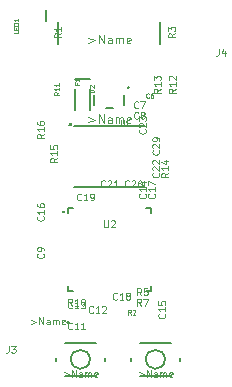
<source format=gbr>
%TF.GenerationSoftware,KiCad,Pcbnew,(5.1.10-6-gecec324121)-1*%
%TF.CreationDate,2021-07-07T13:29:09-07:00*%
%TF.ProjectId,SparkFun_ProMicro-RP2040,53706172-6b46-4756-9e5f-50726f4d6963,rev?*%
%TF.SameCoordinates,Original*%
%TF.FileFunction,Legend,Top*%
%TF.FilePolarity,Positive*%
%FSLAX46Y46*%
G04 Gerber Fmt 4.6, Leading zero omitted, Abs format (unit mm)*
G04 Created by KiCad (PCBNEW (5.1.10-6-gecec324121)-1) date 2021-07-07 13:29:09*
%MOMM*%
%LPD*%
G01*
G04 APERTURE LIST*
%ADD10C,0.203200*%
%ADD11C,0.127000*%
%ADD12C,0.152400*%
%ADD13C,0.254000*%
%ADD14C,0.161553*%
%ADD15C,0.300000*%
%ADD16C,0.030886*%
%ADD17C,0.115824*%
%ADD18C,0.121920*%
%ADD19C,0.060960*%
%ADD20C,0.046329*%
%ADD21C,0.073152*%
G04 APERTURE END LIST*
D10*
%TO.C,LED1*%
X143103600Y-89795350D02*
X143103600Y-90747850D01*
%TO.C,D2*%
X145590100Y-96483600D02*
X145590100Y-98283600D01*
X146840100Y-96483600D02*
X146840100Y-98283600D01*
X146840100Y-95613600D02*
X145590100Y-95613600D01*
%TO.C,U1*%
X148769500Y-98092400D02*
X148232700Y-98092400D01*
X149771100Y-96954200D02*
X149771100Y-97813000D01*
X147231100Y-97813000D02*
X147231100Y-96954200D01*
D11*
X150164800Y-96367600D02*
G75*
G03*
X150164800Y-96367600I-63500J0D01*
G01*
D10*
%TO.C,S1*%
X150300000Y-119250000D02*
X150300000Y-119510000D01*
X154500000Y-119510000D02*
X154500000Y-119250000D01*
X153738000Y-120780000D02*
X151062000Y-120780000D01*
X151062000Y-117980000D02*
X153738000Y-117980000D01*
D11*
X153205000Y-119380000D02*
G75*
G03*
X153205000Y-119380000I-805000J0D01*
G01*
D10*
%TO.C,J5*%
X144181100Y-92643600D02*
X144181100Y-90843600D01*
X152821100Y-92643600D02*
X152821100Y-90843600D01*
D12*
%TO.C,U2*%
X145001100Y-106583600D02*
X145001100Y-106983600D01*
X145401100Y-106583600D02*
X145001100Y-106583600D01*
D13*
X144614100Y-106908600D02*
G75*
G03*
X144614100Y-106908600I-50000J0D01*
G01*
D12*
X152001100Y-106583600D02*
X151601100Y-106583600D01*
X152001100Y-106983600D02*
X152001100Y-106583600D01*
X145001100Y-113583600D02*
X145001100Y-113183600D01*
X145401100Y-113583600D02*
X145001100Y-113583600D01*
X152001100Y-113183600D02*
X152001100Y-113583600D01*
X151601100Y-113583600D02*
X152001100Y-113583600D01*
D14*
%TO.C,Y1*%
X145084876Y-116290600D02*
G75*
G03*
X145084876Y-116290600I-80776J0D01*
G01*
D12*
%TO.C,U4*%
X145501100Y-104809600D02*
X151501100Y-104809600D01*
X145501100Y-99609600D02*
X151501100Y-99609600D01*
D15*
X145213600Y-99509600D02*
G75*
G03*
X145213600Y-99509600I-50000J0D01*
G01*
D10*
%TO.C,S2*%
X143950000Y-119250000D02*
X143950000Y-119510000D01*
X148150000Y-119510000D02*
X148150000Y-119250000D01*
X147388000Y-120780000D02*
X144712000Y-120780000D01*
X144712000Y-117980000D02*
X147388000Y-117980000D01*
D11*
X146855000Y-119380000D02*
G75*
G03*
X146855000Y-119380000I-805000J0D01*
G01*
%TO.C,R11*%
D16*
X144228215Y-96742794D02*
X144044367Y-96871487D01*
X144228215Y-96963411D02*
X143842135Y-96963411D01*
X143842135Y-96816333D01*
X143860520Y-96779563D01*
X143878904Y-96761179D01*
X143915674Y-96742794D01*
X143970828Y-96742794D01*
X144007598Y-96761179D01*
X144025982Y-96779563D01*
X144044367Y-96816333D01*
X144044367Y-96963411D01*
X144228215Y-96375099D02*
X144228215Y-96595716D01*
X144228215Y-96485407D02*
X143842135Y-96485407D01*
X143897289Y-96522177D01*
X143934059Y-96558946D01*
X143952443Y-96595716D01*
X144228215Y-96007403D02*
X144228215Y-96228020D01*
X144228215Y-96117712D02*
X143842135Y-96117712D01*
X143897289Y-96154481D01*
X143934059Y-96191251D01*
X143952443Y-96228020D01*
%TO.C,LED1*%
X140799215Y-91592641D02*
X140799215Y-91776489D01*
X140413135Y-91776489D01*
X140596982Y-91463948D02*
X140596982Y-91335255D01*
X140799215Y-91280100D02*
X140799215Y-91463948D01*
X140413135Y-91463948D01*
X140413135Y-91280100D01*
X140799215Y-91114638D02*
X140413135Y-91114638D01*
X140413135Y-91022714D01*
X140431520Y-90967560D01*
X140468289Y-90930790D01*
X140505059Y-90912405D01*
X140578598Y-90894020D01*
X140633752Y-90894020D01*
X140707291Y-90912405D01*
X140744060Y-90930790D01*
X140780830Y-90967560D01*
X140799215Y-91022714D01*
X140799215Y-91114638D01*
X140799215Y-90526325D02*
X140799215Y-90746942D01*
X140799215Y-90636634D02*
X140413135Y-90636634D01*
X140468289Y-90673403D01*
X140505059Y-90710173D01*
X140523443Y-90746942D01*
%TO.C,R2*%
X150341746Y-115589719D02*
X150213053Y-115405871D01*
X150121129Y-115589719D02*
X150121129Y-115203639D01*
X150268207Y-115203639D01*
X150304976Y-115222024D01*
X150323361Y-115240408D01*
X150341746Y-115277178D01*
X150341746Y-115332332D01*
X150323361Y-115369102D01*
X150304976Y-115387486D01*
X150268207Y-115405871D01*
X150121129Y-115405871D01*
X150488824Y-115240408D02*
X150507209Y-115222024D01*
X150543978Y-115203639D01*
X150635902Y-115203639D01*
X150672672Y-115222024D01*
X150691056Y-115240408D01*
X150709441Y-115277178D01*
X150709441Y-115313947D01*
X150691056Y-115369102D01*
X150470439Y-115589719D01*
X150709441Y-115589719D01*
%TO.C,C6*%
X151865756Y-97201445D02*
X151847371Y-97219830D01*
X151792217Y-97238215D01*
X151755447Y-97238215D01*
X151700293Y-97219830D01*
X151663523Y-97183060D01*
X151645139Y-97146291D01*
X151626754Y-97072752D01*
X151626754Y-97017598D01*
X151645139Y-96944059D01*
X151663523Y-96907289D01*
X151700293Y-96870520D01*
X151755447Y-96852135D01*
X151792217Y-96852135D01*
X151847371Y-96870520D01*
X151865756Y-96888904D01*
X152196682Y-96852135D02*
X152123143Y-96852135D01*
X152086373Y-96870520D01*
X152067988Y-96888904D01*
X152031219Y-96944059D01*
X152012834Y-97017598D01*
X152012834Y-97164676D01*
X152031219Y-97201445D01*
X152049603Y-97219830D01*
X152086373Y-97238215D01*
X152159912Y-97238215D01*
X152196682Y-97219830D01*
X152215066Y-97201445D01*
X152233451Y-97164676D01*
X152233451Y-97072752D01*
X152215066Y-97035982D01*
X152196682Y-97017598D01*
X152159912Y-96999213D01*
X152086373Y-96999213D01*
X152049603Y-97017598D01*
X152031219Y-97035982D01*
X152012834Y-97072752D01*
%TO.C,F1*%
X145740482Y-95988293D02*
X145740482Y-96116986D01*
X145942715Y-96116986D02*
X145556635Y-96116986D01*
X145556635Y-95933139D01*
X145942715Y-95583828D02*
X145942715Y-95804445D01*
X145942715Y-95694137D02*
X145556635Y-95694137D01*
X145611789Y-95730906D01*
X145648559Y-95767676D01*
X145666943Y-95804445D01*
%TO.C,D2*%
X147212715Y-96779563D02*
X146826635Y-96779563D01*
X146826635Y-96687640D01*
X146845020Y-96632485D01*
X146881789Y-96595716D01*
X146918559Y-96577331D01*
X146992098Y-96558946D01*
X147047252Y-96558946D01*
X147120791Y-96577331D01*
X147157560Y-96595716D01*
X147194330Y-96632485D01*
X147212715Y-96687640D01*
X147212715Y-96779563D01*
X146863404Y-96411868D02*
X146845020Y-96393483D01*
X146826635Y-96356714D01*
X146826635Y-96264790D01*
X146845020Y-96228020D01*
X146863404Y-96209636D01*
X146900174Y-96191251D01*
X146936943Y-96191251D01*
X146992098Y-96209636D01*
X147212715Y-96430253D01*
X147212715Y-96191251D01*
%TO.C,U1*%
X149502099Y-99138135D02*
X149502099Y-99450676D01*
X149520484Y-99487445D01*
X149538869Y-99505830D01*
X149575638Y-99524215D01*
X149649177Y-99524215D01*
X149685947Y-99505830D01*
X149704332Y-99487445D01*
X149722716Y-99450676D01*
X149722716Y-99138135D01*
X150108796Y-99524215D02*
X149888179Y-99524215D01*
X149998488Y-99524215D02*
X149998488Y-99138135D01*
X149961718Y-99193289D01*
X149924949Y-99230059D01*
X149888179Y-99248443D01*
%TO.C,R1*%
D17*
X144409522Y-91765120D02*
X144133751Y-91958160D01*
X144409522Y-92096045D02*
X143830402Y-92096045D01*
X143830402Y-91875428D01*
X143857980Y-91820274D01*
X143885557Y-91792697D01*
X143940711Y-91765120D01*
X144023442Y-91765120D01*
X144078597Y-91792697D01*
X144106174Y-91820274D01*
X144133751Y-91875428D01*
X144133751Y-92096045D01*
X144409522Y-91213577D02*
X144409522Y-91544502D01*
X144409522Y-91379040D02*
X143830402Y-91379040D01*
X143913134Y-91434194D01*
X143968288Y-91489348D01*
X143995865Y-91544502D01*
%TO.C,R3*%
X154061522Y-91765120D02*
X153785751Y-91958160D01*
X154061522Y-92096045D02*
X153482402Y-92096045D01*
X153482402Y-91875428D01*
X153509980Y-91820274D01*
X153537557Y-91792697D01*
X153592711Y-91765120D01*
X153675442Y-91765120D01*
X153730597Y-91792697D01*
X153758174Y-91820274D01*
X153785751Y-91875428D01*
X153785751Y-92096045D01*
X153482402Y-91572080D02*
X153482402Y-91213577D01*
X153703020Y-91406617D01*
X153703020Y-91323885D01*
X153730597Y-91268731D01*
X153758174Y-91241154D01*
X153813328Y-91213577D01*
X153951214Y-91213577D01*
X154006368Y-91241154D01*
X154033945Y-91268731D01*
X154061522Y-91323885D01*
X154061522Y-91489348D01*
X154033945Y-91544502D01*
X154006368Y-91572080D01*
%TO.C,C7*%
X150944580Y-98062868D02*
X150917002Y-98090445D01*
X150834271Y-98118022D01*
X150779117Y-98118022D01*
X150696385Y-98090445D01*
X150641231Y-98035291D01*
X150613654Y-97980137D01*
X150586077Y-97869828D01*
X150586077Y-97787097D01*
X150613654Y-97676788D01*
X150641231Y-97621634D01*
X150696385Y-97566480D01*
X150779117Y-97538902D01*
X150834271Y-97538902D01*
X150917002Y-97566480D01*
X150944580Y-97594057D01*
X151137620Y-97538902D02*
X151523700Y-97538902D01*
X151275505Y-98118022D01*
%TO.C,C8*%
X150944580Y-98951868D02*
X150917002Y-98979445D01*
X150834271Y-99007022D01*
X150779117Y-99007022D01*
X150696385Y-98979445D01*
X150641231Y-98924291D01*
X150613654Y-98869137D01*
X150586077Y-98758828D01*
X150586077Y-98676097D01*
X150613654Y-98565788D01*
X150641231Y-98510634D01*
X150696385Y-98455480D01*
X150779117Y-98427902D01*
X150834271Y-98427902D01*
X150917002Y-98455480D01*
X150944580Y-98483057D01*
X151275505Y-98676097D02*
X151220351Y-98648520D01*
X151192774Y-98620942D01*
X151165197Y-98565788D01*
X151165197Y-98538211D01*
X151192774Y-98483057D01*
X151220351Y-98455480D01*
X151275505Y-98427902D01*
X151385814Y-98427902D01*
X151440968Y-98455480D01*
X151468545Y-98483057D01*
X151496122Y-98538211D01*
X151496122Y-98565788D01*
X151468545Y-98620942D01*
X151440968Y-98648520D01*
X151385814Y-98676097D01*
X151275505Y-98676097D01*
X151220351Y-98703674D01*
X151192774Y-98731251D01*
X151165197Y-98786405D01*
X151165197Y-98896714D01*
X151192774Y-98951868D01*
X151220351Y-98979445D01*
X151275505Y-99007022D01*
X151385814Y-99007022D01*
X151440968Y-98979445D01*
X151468545Y-98951868D01*
X151496122Y-98896714D01*
X151496122Y-98786405D01*
X151468545Y-98731251D01*
X151440968Y-98703674D01*
X151385814Y-98676097D01*
%TO.C,S1*%
D18*
X150979777Y-120490342D02*
X151421011Y-120655805D01*
X150979777Y-120821268D01*
X151696782Y-120876422D02*
X151696782Y-120297302D01*
X152027708Y-120876422D01*
X152027708Y-120297302D01*
X152551674Y-120876422D02*
X152551674Y-120573074D01*
X152524097Y-120517920D01*
X152468942Y-120490342D01*
X152358634Y-120490342D01*
X152303480Y-120517920D01*
X152551674Y-120848845D02*
X152496520Y-120876422D01*
X152358634Y-120876422D01*
X152303480Y-120848845D01*
X152275902Y-120793691D01*
X152275902Y-120738537D01*
X152303480Y-120683382D01*
X152358634Y-120655805D01*
X152496520Y-120655805D01*
X152551674Y-120628228D01*
X152827445Y-120876422D02*
X152827445Y-120490342D01*
X152827445Y-120545497D02*
X152855022Y-120517920D01*
X152910177Y-120490342D01*
X152992908Y-120490342D01*
X153048062Y-120517920D01*
X153075640Y-120573074D01*
X153075640Y-120876422D01*
X153075640Y-120573074D02*
X153103217Y-120517920D01*
X153158371Y-120490342D01*
X153241102Y-120490342D01*
X153296257Y-120517920D01*
X153323834Y-120573074D01*
X153323834Y-120876422D01*
X153820222Y-120848845D02*
X153765068Y-120876422D01*
X153654760Y-120876422D01*
X153599605Y-120848845D01*
X153572028Y-120793691D01*
X153572028Y-120573074D01*
X153599605Y-120517920D01*
X153654760Y-120490342D01*
X153765068Y-120490342D01*
X153820222Y-120517920D01*
X153847800Y-120573074D01*
X153847800Y-120628228D01*
X153572028Y-120683382D01*
%TO.C,J3*%
D17*
X139989734Y-118239902D02*
X139989734Y-118653560D01*
X139962157Y-118736291D01*
X139907002Y-118791445D01*
X139824271Y-118819022D01*
X139769117Y-118819022D01*
X140210351Y-118239902D02*
X140568854Y-118239902D01*
X140375814Y-118460520D01*
X140458545Y-118460520D01*
X140513699Y-118488097D01*
X140541277Y-118515674D01*
X140568854Y-118570828D01*
X140568854Y-118708714D01*
X140541277Y-118763868D01*
X140513699Y-118791445D01*
X140458545Y-118819022D01*
X140293082Y-118819022D01*
X140237928Y-118791445D01*
X140210351Y-118763868D01*
%TO.C,J4*%
X157769734Y-93093902D02*
X157769734Y-93507560D01*
X157742157Y-93590291D01*
X157687002Y-93645445D01*
X157604271Y-93673022D01*
X157549117Y-93673022D01*
X158293699Y-93286942D02*
X158293699Y-93673022D01*
X158155814Y-93066325D02*
X158017928Y-93479982D01*
X158376431Y-93479982D01*
%TO.C,R5*%
X151198580Y-113939022D02*
X151005540Y-113663251D01*
X150867654Y-113939022D02*
X150867654Y-113359902D01*
X151088271Y-113359902D01*
X151143425Y-113387480D01*
X151171002Y-113415057D01*
X151198580Y-113470211D01*
X151198580Y-113552942D01*
X151171002Y-113608097D01*
X151143425Y-113635674D01*
X151088271Y-113663251D01*
X150867654Y-113663251D01*
X151722545Y-113359902D02*
X151446774Y-113359902D01*
X151419197Y-113635674D01*
X151446774Y-113608097D01*
X151501928Y-113580520D01*
X151639814Y-113580520D01*
X151694968Y-113608097D01*
X151722545Y-113635674D01*
X151750122Y-113690828D01*
X151750122Y-113828714D01*
X151722545Y-113883868D01*
X151694968Y-113911445D01*
X151639814Y-113939022D01*
X151501928Y-113939022D01*
X151446774Y-113911445D01*
X151419197Y-113883868D01*
%TO.C,R7*%
X151198580Y-114828022D02*
X151005540Y-114552251D01*
X150867654Y-114828022D02*
X150867654Y-114248902D01*
X151088271Y-114248902D01*
X151143425Y-114276480D01*
X151171002Y-114304057D01*
X151198580Y-114359211D01*
X151198580Y-114441942D01*
X151171002Y-114497097D01*
X151143425Y-114524674D01*
X151088271Y-114552251D01*
X150867654Y-114552251D01*
X151391620Y-114248902D02*
X151777700Y-114248902D01*
X151529505Y-114828022D01*
%TO.C,J5*%
D19*
X146725821Y-92148478D02*
X147277364Y-92355307D01*
X146725821Y-92562135D01*
X147622078Y-92631078D02*
X147622078Y-91907178D01*
X148035735Y-92631078D01*
X148035735Y-91907178D01*
X148690692Y-92631078D02*
X148690692Y-92251892D01*
X148656221Y-92182950D01*
X148587278Y-92148478D01*
X148449392Y-92148478D01*
X148380450Y-92182950D01*
X148690692Y-92596607D02*
X148621750Y-92631078D01*
X148449392Y-92631078D01*
X148380450Y-92596607D01*
X148345978Y-92527664D01*
X148345978Y-92458721D01*
X148380450Y-92389778D01*
X148449392Y-92355307D01*
X148621750Y-92355307D01*
X148690692Y-92320835D01*
X149035407Y-92631078D02*
X149035407Y-92148478D01*
X149035407Y-92217421D02*
X149069878Y-92182950D01*
X149138821Y-92148478D01*
X149242235Y-92148478D01*
X149311178Y-92182950D01*
X149345650Y-92251892D01*
X149345650Y-92631078D01*
X149345650Y-92251892D02*
X149380121Y-92182950D01*
X149449064Y-92148478D01*
X149552478Y-92148478D01*
X149621421Y-92182950D01*
X149655892Y-92251892D01*
X149655892Y-92631078D01*
X150276378Y-92596607D02*
X150207435Y-92631078D01*
X150069550Y-92631078D01*
X150000607Y-92596607D01*
X149966135Y-92527664D01*
X149966135Y-92251892D01*
X150000607Y-92182950D01*
X150069550Y-92148478D01*
X150207435Y-92148478D01*
X150276378Y-92182950D01*
X150310850Y-92251892D01*
X150310850Y-92320835D01*
X149966135Y-92389778D01*
%TO.C,C11*%
D17*
X145334808Y-116785868D02*
X145307231Y-116813445D01*
X145224500Y-116841022D01*
X145169345Y-116841022D01*
X145086614Y-116813445D01*
X145031460Y-116758291D01*
X145003882Y-116703137D01*
X144976305Y-116592828D01*
X144976305Y-116510097D01*
X145003882Y-116399788D01*
X145031460Y-116344634D01*
X145086614Y-116289480D01*
X145169345Y-116261902D01*
X145224500Y-116261902D01*
X145307231Y-116289480D01*
X145334808Y-116317057D01*
X145886351Y-116841022D02*
X145555425Y-116841022D01*
X145720888Y-116841022D02*
X145720888Y-116261902D01*
X145665734Y-116344634D01*
X145610580Y-116399788D01*
X145555425Y-116427365D01*
X146437894Y-116841022D02*
X146106968Y-116841022D01*
X146272431Y-116841022D02*
X146272431Y-116261902D01*
X146217277Y-116344634D01*
X146162122Y-116399788D01*
X146106968Y-116427365D01*
%TO.C,C13*%
X145334808Y-115007868D02*
X145307231Y-115035445D01*
X145224500Y-115063022D01*
X145169345Y-115063022D01*
X145086614Y-115035445D01*
X145031460Y-114980291D01*
X145003882Y-114925137D01*
X144976305Y-114814828D01*
X144976305Y-114732097D01*
X145003882Y-114621788D01*
X145031460Y-114566634D01*
X145086614Y-114511480D01*
X145169345Y-114483902D01*
X145224500Y-114483902D01*
X145307231Y-114511480D01*
X145334808Y-114539057D01*
X145886351Y-115063022D02*
X145555425Y-115063022D01*
X145720888Y-115063022D02*
X145720888Y-114483902D01*
X145665734Y-114566634D01*
X145610580Y-114621788D01*
X145555425Y-114649365D01*
X146079391Y-114483902D02*
X146437894Y-114483902D01*
X146244854Y-114704520D01*
X146327585Y-114704520D01*
X146382740Y-114732097D01*
X146410317Y-114759674D01*
X146437894Y-114814828D01*
X146437894Y-114952714D01*
X146410317Y-115007868D01*
X146382740Y-115035445D01*
X146327585Y-115063022D01*
X146162122Y-115063022D01*
X146106968Y-115035445D01*
X146079391Y-115007868D01*
%TO.C,U2*%
D20*
X148059861Y-107607466D02*
X148059861Y-108076278D01*
X148087438Y-108131432D01*
X148115016Y-108159009D01*
X148170170Y-108186586D01*
X148280478Y-108186586D01*
X148335633Y-108159009D01*
X148363210Y-108131432D01*
X148390787Y-108076278D01*
X148390787Y-107607466D01*
X148638981Y-107662621D02*
X148666558Y-107635044D01*
X148721713Y-107607466D01*
X148859598Y-107607466D01*
X148914753Y-107635044D01*
X148942330Y-107662621D01*
X148969907Y-107717775D01*
X148969907Y-107772929D01*
X148942330Y-107855661D01*
X148611404Y-108186586D01*
X148969907Y-108186586D01*
%TO.C,R10*%
D17*
X145334808Y-114828022D02*
X145141768Y-114552251D01*
X145003882Y-114828022D02*
X145003882Y-114248902D01*
X145224500Y-114248902D01*
X145279654Y-114276480D01*
X145307231Y-114304057D01*
X145334808Y-114359211D01*
X145334808Y-114441942D01*
X145307231Y-114497097D01*
X145279654Y-114524674D01*
X145224500Y-114552251D01*
X145003882Y-114552251D01*
X145886351Y-114828022D02*
X145555425Y-114828022D01*
X145720888Y-114828022D02*
X145720888Y-114248902D01*
X145665734Y-114331634D01*
X145610580Y-114386788D01*
X145555425Y-114414365D01*
X146244854Y-114248902D02*
X146300008Y-114248902D01*
X146355162Y-114276480D01*
X146382740Y-114304057D01*
X146410317Y-114359211D01*
X146437894Y-114469520D01*
X146437894Y-114607405D01*
X146410317Y-114717714D01*
X146382740Y-114772868D01*
X146355162Y-114800445D01*
X146300008Y-114828022D01*
X146244854Y-114828022D01*
X146189700Y-114800445D01*
X146162122Y-114772868D01*
X146134545Y-114717714D01*
X146106968Y-114607405D01*
X146106968Y-114469520D01*
X146134545Y-114359211D01*
X146162122Y-114304057D01*
X146189700Y-114276480D01*
X146244854Y-114248902D01*
%TO.C,C9*%
X142903368Y-110434120D02*
X142930945Y-110461697D01*
X142958522Y-110544428D01*
X142958522Y-110599582D01*
X142930945Y-110682314D01*
X142875791Y-110737468D01*
X142820637Y-110765045D01*
X142710328Y-110792622D01*
X142627597Y-110792622D01*
X142517288Y-110765045D01*
X142462134Y-110737468D01*
X142406980Y-110682314D01*
X142379402Y-110599582D01*
X142379402Y-110544428D01*
X142406980Y-110461697D01*
X142434557Y-110434120D01*
X142958522Y-110158348D02*
X142958522Y-110048040D01*
X142930945Y-109992885D01*
X142903368Y-109965308D01*
X142820637Y-109910154D01*
X142710328Y-109882577D01*
X142489711Y-109882577D01*
X142434557Y-109910154D01*
X142406980Y-109937731D01*
X142379402Y-109992885D01*
X142379402Y-110103194D01*
X142406980Y-110158348D01*
X142434557Y-110185925D01*
X142489711Y-110213502D01*
X142627597Y-110213502D01*
X142682751Y-110185925D01*
X142710328Y-110158348D01*
X142737905Y-110103194D01*
X142737905Y-109992885D01*
X142710328Y-109937731D01*
X142682751Y-109910154D01*
X142627597Y-109882577D01*
%TO.C,C12*%
X147112808Y-115388868D02*
X147085231Y-115416445D01*
X147002500Y-115444022D01*
X146947345Y-115444022D01*
X146864614Y-115416445D01*
X146809460Y-115361291D01*
X146781882Y-115306137D01*
X146754305Y-115195828D01*
X146754305Y-115113097D01*
X146781882Y-115002788D01*
X146809460Y-114947634D01*
X146864614Y-114892480D01*
X146947345Y-114864902D01*
X147002500Y-114864902D01*
X147085231Y-114892480D01*
X147112808Y-114920057D01*
X147664351Y-115444022D02*
X147333425Y-115444022D01*
X147498888Y-115444022D02*
X147498888Y-114864902D01*
X147443734Y-114947634D01*
X147388580Y-115002788D01*
X147333425Y-115030365D01*
X147884968Y-114920057D02*
X147912545Y-114892480D01*
X147967700Y-114864902D01*
X148105585Y-114864902D01*
X148160740Y-114892480D01*
X148188317Y-114920057D01*
X148215894Y-114975211D01*
X148215894Y-115030365D01*
X148188317Y-115113097D01*
X147857391Y-115444022D01*
X148215894Y-115444022D01*
%TO.C,C14*%
X151539368Y-105375891D02*
X151566945Y-105403468D01*
X151594522Y-105486200D01*
X151594522Y-105541354D01*
X151566945Y-105624085D01*
X151511791Y-105679240D01*
X151456637Y-105706817D01*
X151346328Y-105734394D01*
X151263597Y-105734394D01*
X151153288Y-105706817D01*
X151098134Y-105679240D01*
X151042980Y-105624085D01*
X151015402Y-105541354D01*
X151015402Y-105486200D01*
X151042980Y-105403468D01*
X151070557Y-105375891D01*
X151594522Y-104824348D02*
X151594522Y-105155274D01*
X151594522Y-104989811D02*
X151015402Y-104989811D01*
X151098134Y-105044965D01*
X151153288Y-105100120D01*
X151180865Y-105155274D01*
X151208442Y-104327960D02*
X151594522Y-104327960D01*
X150987825Y-104465845D02*
X151401482Y-104603731D01*
X151401482Y-104245228D01*
%TO.C,C15*%
X153171368Y-115535891D02*
X153198945Y-115563468D01*
X153226522Y-115646200D01*
X153226522Y-115701354D01*
X153198945Y-115784085D01*
X153143791Y-115839240D01*
X153088637Y-115866817D01*
X152978328Y-115894394D01*
X152895597Y-115894394D01*
X152785288Y-115866817D01*
X152730134Y-115839240D01*
X152674980Y-115784085D01*
X152647402Y-115701354D01*
X152647402Y-115646200D01*
X152674980Y-115563468D01*
X152702557Y-115535891D01*
X153226522Y-114984348D02*
X153226522Y-115315274D01*
X153226522Y-115149811D02*
X152647402Y-115149811D01*
X152730134Y-115204965D01*
X152785288Y-115260120D01*
X152812865Y-115315274D01*
X152647402Y-114460382D02*
X152647402Y-114736154D01*
X152923174Y-114763731D01*
X152895597Y-114736154D01*
X152868020Y-114681000D01*
X152868020Y-114543114D01*
X152895597Y-114487960D01*
X152923174Y-114460382D01*
X152978328Y-114432805D01*
X153116214Y-114432805D01*
X153171368Y-114460382D01*
X153198945Y-114487960D01*
X153226522Y-114543114D01*
X153226522Y-114681000D01*
X153198945Y-114736154D01*
X153171368Y-114763731D01*
%TO.C,C16*%
X142903368Y-107280891D02*
X142930945Y-107308468D01*
X142958522Y-107391200D01*
X142958522Y-107446354D01*
X142930945Y-107529085D01*
X142875791Y-107584240D01*
X142820637Y-107611817D01*
X142710328Y-107639394D01*
X142627597Y-107639394D01*
X142517288Y-107611817D01*
X142462134Y-107584240D01*
X142406980Y-107529085D01*
X142379402Y-107446354D01*
X142379402Y-107391200D01*
X142406980Y-107308468D01*
X142434557Y-107280891D01*
X142958522Y-106729348D02*
X142958522Y-107060274D01*
X142958522Y-106894811D02*
X142379402Y-106894811D01*
X142462134Y-106949965D01*
X142517288Y-107005120D01*
X142544865Y-107060274D01*
X142379402Y-106232960D02*
X142379402Y-106343268D01*
X142406980Y-106398422D01*
X142434557Y-106426000D01*
X142517288Y-106481154D01*
X142627597Y-106508731D01*
X142848214Y-106508731D01*
X142903368Y-106481154D01*
X142930945Y-106453577D01*
X142958522Y-106398422D01*
X142958522Y-106288114D01*
X142930945Y-106232960D01*
X142903368Y-106205382D01*
X142848214Y-106177805D01*
X142710328Y-106177805D01*
X142655174Y-106205382D01*
X142627597Y-106232960D01*
X142600020Y-106288114D01*
X142600020Y-106398422D01*
X142627597Y-106453577D01*
X142655174Y-106481154D01*
X142710328Y-106508731D01*
%TO.C,C17*%
X152301368Y-105375891D02*
X152328945Y-105403468D01*
X152356522Y-105486200D01*
X152356522Y-105541354D01*
X152328945Y-105624085D01*
X152273791Y-105679240D01*
X152218637Y-105706817D01*
X152108328Y-105734394D01*
X152025597Y-105734394D01*
X151915288Y-105706817D01*
X151860134Y-105679240D01*
X151804980Y-105624085D01*
X151777402Y-105541354D01*
X151777402Y-105486200D01*
X151804980Y-105403468D01*
X151832557Y-105375891D01*
X152356522Y-104824348D02*
X152356522Y-105155274D01*
X152356522Y-104989811D02*
X151777402Y-104989811D01*
X151860134Y-105044965D01*
X151915288Y-105100120D01*
X151942865Y-105155274D01*
X151777402Y-104631308D02*
X151777402Y-104245228D01*
X152356522Y-104493422D01*
%TO.C,C18*%
X149144808Y-114264868D02*
X149117231Y-114292445D01*
X149034500Y-114320022D01*
X148979345Y-114320022D01*
X148896614Y-114292445D01*
X148841460Y-114237291D01*
X148813882Y-114182137D01*
X148786305Y-114071828D01*
X148786305Y-113989097D01*
X148813882Y-113878788D01*
X148841460Y-113823634D01*
X148896614Y-113768480D01*
X148979345Y-113740902D01*
X149034500Y-113740902D01*
X149117231Y-113768480D01*
X149144808Y-113796057D01*
X149696351Y-114320022D02*
X149365425Y-114320022D01*
X149530888Y-114320022D02*
X149530888Y-113740902D01*
X149475734Y-113823634D01*
X149420580Y-113878788D01*
X149365425Y-113906365D01*
X150027277Y-113989097D02*
X149972122Y-113961520D01*
X149944545Y-113933942D01*
X149916968Y-113878788D01*
X149916968Y-113851211D01*
X149944545Y-113796057D01*
X149972122Y-113768480D01*
X150027277Y-113740902D01*
X150137585Y-113740902D01*
X150192740Y-113768480D01*
X150220317Y-113796057D01*
X150247894Y-113851211D01*
X150247894Y-113878788D01*
X150220317Y-113933942D01*
X150192740Y-113961520D01*
X150137585Y-113989097D01*
X150027277Y-113989097D01*
X149972122Y-114016674D01*
X149944545Y-114044251D01*
X149916968Y-114099405D01*
X149916968Y-114209714D01*
X149944545Y-114264868D01*
X149972122Y-114292445D01*
X150027277Y-114320022D01*
X150137585Y-114320022D01*
X150192740Y-114292445D01*
X150220317Y-114264868D01*
X150247894Y-114209714D01*
X150247894Y-114099405D01*
X150220317Y-114044251D01*
X150192740Y-114016674D01*
X150137585Y-113989097D01*
%TO.C,C19*%
X146096808Y-105863868D02*
X146069231Y-105891445D01*
X145986500Y-105919022D01*
X145931345Y-105919022D01*
X145848614Y-105891445D01*
X145793460Y-105836291D01*
X145765882Y-105781137D01*
X145738305Y-105670828D01*
X145738305Y-105588097D01*
X145765882Y-105477788D01*
X145793460Y-105422634D01*
X145848614Y-105367480D01*
X145931345Y-105339902D01*
X145986500Y-105339902D01*
X146069231Y-105367480D01*
X146096808Y-105395057D01*
X146648351Y-105919022D02*
X146317425Y-105919022D01*
X146482888Y-105919022D02*
X146482888Y-105339902D01*
X146427734Y-105422634D01*
X146372580Y-105477788D01*
X146317425Y-105505365D01*
X146924122Y-105919022D02*
X147034431Y-105919022D01*
X147089585Y-105891445D01*
X147117162Y-105863868D01*
X147172317Y-105781137D01*
X147199894Y-105670828D01*
X147199894Y-105450211D01*
X147172317Y-105395057D01*
X147144740Y-105367480D01*
X147089585Y-105339902D01*
X146979277Y-105339902D01*
X146924122Y-105367480D01*
X146896545Y-105395057D01*
X146868968Y-105450211D01*
X146868968Y-105588097D01*
X146896545Y-105643251D01*
X146924122Y-105670828D01*
X146979277Y-105698405D01*
X147089585Y-105698405D01*
X147144740Y-105670828D01*
X147172317Y-105643251D01*
X147199894Y-105588097D01*
%TO.C,R12*%
X154115522Y-96485891D02*
X153839751Y-96678931D01*
X154115522Y-96816817D02*
X153536402Y-96816817D01*
X153536402Y-96596200D01*
X153563980Y-96541045D01*
X153591557Y-96513468D01*
X153646711Y-96485891D01*
X153729442Y-96485891D01*
X153784597Y-96513468D01*
X153812174Y-96541045D01*
X153839751Y-96596200D01*
X153839751Y-96816817D01*
X154115522Y-95934348D02*
X154115522Y-96265274D01*
X154115522Y-96099811D02*
X153536402Y-96099811D01*
X153619134Y-96154965D01*
X153674288Y-96210120D01*
X153701865Y-96265274D01*
X153591557Y-95713731D02*
X153563980Y-95686154D01*
X153536402Y-95631000D01*
X153536402Y-95493114D01*
X153563980Y-95437960D01*
X153591557Y-95410382D01*
X153646711Y-95382805D01*
X153701865Y-95382805D01*
X153784597Y-95410382D01*
X154115522Y-95741308D01*
X154115522Y-95382805D01*
%TO.C,R13*%
X152845522Y-96485891D02*
X152569751Y-96678931D01*
X152845522Y-96816817D02*
X152266402Y-96816817D01*
X152266402Y-96596200D01*
X152293980Y-96541045D01*
X152321557Y-96513468D01*
X152376711Y-96485891D01*
X152459442Y-96485891D01*
X152514597Y-96513468D01*
X152542174Y-96541045D01*
X152569751Y-96596200D01*
X152569751Y-96816817D01*
X152845522Y-95934348D02*
X152845522Y-96265274D01*
X152845522Y-96099811D02*
X152266402Y-96099811D01*
X152349134Y-96154965D01*
X152404288Y-96210120D01*
X152431865Y-96265274D01*
X152266402Y-95741308D02*
X152266402Y-95382805D01*
X152487020Y-95575845D01*
X152487020Y-95493114D01*
X152514597Y-95437960D01*
X152542174Y-95410382D01*
X152597328Y-95382805D01*
X152735214Y-95382805D01*
X152790368Y-95410382D01*
X152817945Y-95437960D01*
X152845522Y-95493114D01*
X152845522Y-95658577D01*
X152817945Y-95713731D01*
X152790368Y-95741308D01*
%TO.C,C20*%
X150160808Y-104739868D02*
X150133231Y-104767445D01*
X150050500Y-104795022D01*
X149995345Y-104795022D01*
X149912614Y-104767445D01*
X149857460Y-104712291D01*
X149829882Y-104657137D01*
X149802305Y-104546828D01*
X149802305Y-104464097D01*
X149829882Y-104353788D01*
X149857460Y-104298634D01*
X149912614Y-104243480D01*
X149995345Y-104215902D01*
X150050500Y-104215902D01*
X150133231Y-104243480D01*
X150160808Y-104271057D01*
X150381425Y-104271057D02*
X150409002Y-104243480D01*
X150464157Y-104215902D01*
X150602042Y-104215902D01*
X150657197Y-104243480D01*
X150684774Y-104271057D01*
X150712351Y-104326211D01*
X150712351Y-104381365D01*
X150684774Y-104464097D01*
X150353848Y-104795022D01*
X150712351Y-104795022D01*
X151070854Y-104215902D02*
X151126008Y-104215902D01*
X151181162Y-104243480D01*
X151208740Y-104271057D01*
X151236317Y-104326211D01*
X151263894Y-104436520D01*
X151263894Y-104574405D01*
X151236317Y-104684714D01*
X151208740Y-104739868D01*
X151181162Y-104767445D01*
X151126008Y-104795022D01*
X151070854Y-104795022D01*
X151015700Y-104767445D01*
X150988122Y-104739868D01*
X150960545Y-104684714D01*
X150932968Y-104574405D01*
X150932968Y-104436520D01*
X150960545Y-104326211D01*
X150988122Y-104271057D01*
X151015700Y-104243480D01*
X151070854Y-104215902D01*
%TO.C,C21*%
X148128808Y-104739868D02*
X148101231Y-104767445D01*
X148018500Y-104795022D01*
X147963345Y-104795022D01*
X147880614Y-104767445D01*
X147825460Y-104712291D01*
X147797882Y-104657137D01*
X147770305Y-104546828D01*
X147770305Y-104464097D01*
X147797882Y-104353788D01*
X147825460Y-104298634D01*
X147880614Y-104243480D01*
X147963345Y-104215902D01*
X148018500Y-104215902D01*
X148101231Y-104243480D01*
X148128808Y-104271057D01*
X148349425Y-104271057D02*
X148377002Y-104243480D01*
X148432157Y-104215902D01*
X148570042Y-104215902D01*
X148625197Y-104243480D01*
X148652774Y-104271057D01*
X148680351Y-104326211D01*
X148680351Y-104381365D01*
X148652774Y-104464097D01*
X148321848Y-104795022D01*
X148680351Y-104795022D01*
X149231894Y-104795022D02*
X148900968Y-104795022D01*
X149066431Y-104795022D02*
X149066431Y-104215902D01*
X149011277Y-104298634D01*
X148956122Y-104353788D01*
X148900968Y-104381365D01*
%TO.C,R14*%
X153480522Y-103597891D02*
X153204751Y-103790931D01*
X153480522Y-103928817D02*
X152901402Y-103928817D01*
X152901402Y-103708200D01*
X152928980Y-103653045D01*
X152956557Y-103625468D01*
X153011711Y-103597891D01*
X153094442Y-103597891D01*
X153149597Y-103625468D01*
X153177174Y-103653045D01*
X153204751Y-103708200D01*
X153204751Y-103928817D01*
X153480522Y-103046348D02*
X153480522Y-103377274D01*
X153480522Y-103211811D02*
X152901402Y-103211811D01*
X152984134Y-103266965D01*
X153039288Y-103322120D01*
X153066865Y-103377274D01*
X153094442Y-102549960D02*
X153480522Y-102549960D01*
X152873825Y-102687845D02*
X153287482Y-102825731D01*
X153287482Y-102467228D01*
%TO.C,C22*%
X152663368Y-103597891D02*
X152690945Y-103625468D01*
X152718522Y-103708200D01*
X152718522Y-103763354D01*
X152690945Y-103846085D01*
X152635791Y-103901240D01*
X152580637Y-103928817D01*
X152470328Y-103956394D01*
X152387597Y-103956394D01*
X152277288Y-103928817D01*
X152222134Y-103901240D01*
X152166980Y-103846085D01*
X152139402Y-103763354D01*
X152139402Y-103708200D01*
X152166980Y-103625468D01*
X152194557Y-103597891D01*
X152194557Y-103377274D02*
X152166980Y-103349697D01*
X152139402Y-103294542D01*
X152139402Y-103156657D01*
X152166980Y-103101502D01*
X152194557Y-103073925D01*
X152249711Y-103046348D01*
X152304865Y-103046348D01*
X152387597Y-103073925D01*
X152718522Y-103404851D01*
X152718522Y-103046348D01*
X152194557Y-102825731D02*
X152166980Y-102798154D01*
X152139402Y-102743000D01*
X152139402Y-102605114D01*
X152166980Y-102549960D01*
X152194557Y-102522382D01*
X152249711Y-102494805D01*
X152304865Y-102494805D01*
X152387597Y-102522382D01*
X152718522Y-102853308D01*
X152718522Y-102494805D01*
%TO.C,Y1*%
D21*
X141865877Y-116017942D02*
X142307111Y-116183405D01*
X141865877Y-116348868D01*
X142582882Y-116404022D02*
X142582882Y-115824902D01*
X142913808Y-116404022D01*
X142913808Y-115824902D01*
X143437774Y-116404022D02*
X143437774Y-116100674D01*
X143410197Y-116045520D01*
X143355042Y-116017942D01*
X143244734Y-116017942D01*
X143189580Y-116045520D01*
X143437774Y-116376445D02*
X143382620Y-116404022D01*
X143244734Y-116404022D01*
X143189580Y-116376445D01*
X143162002Y-116321291D01*
X143162002Y-116266137D01*
X143189580Y-116210982D01*
X143244734Y-116183405D01*
X143382620Y-116183405D01*
X143437774Y-116155828D01*
X143713545Y-116404022D02*
X143713545Y-116017942D01*
X143713545Y-116073097D02*
X143741122Y-116045520D01*
X143796277Y-116017942D01*
X143879008Y-116017942D01*
X143934162Y-116045520D01*
X143961740Y-116100674D01*
X143961740Y-116404022D01*
X143961740Y-116100674D02*
X143989317Y-116045520D01*
X144044471Y-116017942D01*
X144127202Y-116017942D01*
X144182357Y-116045520D01*
X144209934Y-116100674D01*
X144209934Y-116404022D01*
X144706322Y-116376445D02*
X144651168Y-116404022D01*
X144540860Y-116404022D01*
X144485705Y-116376445D01*
X144458128Y-116321291D01*
X144458128Y-116100674D01*
X144485705Y-116045520D01*
X144540860Y-116017942D01*
X144651168Y-116017942D01*
X144706322Y-116045520D01*
X144733900Y-116100674D01*
X144733900Y-116155828D01*
X144458128Y-116210982D01*
%TO.C,C29*%
D17*
X152663368Y-101692891D02*
X152690945Y-101720468D01*
X152718522Y-101803200D01*
X152718522Y-101858354D01*
X152690945Y-101941085D01*
X152635791Y-101996240D01*
X152580637Y-102023817D01*
X152470328Y-102051394D01*
X152387597Y-102051394D01*
X152277288Y-102023817D01*
X152222134Y-101996240D01*
X152166980Y-101941085D01*
X152139402Y-101858354D01*
X152139402Y-101803200D01*
X152166980Y-101720468D01*
X152194557Y-101692891D01*
X152194557Y-101472274D02*
X152166980Y-101444697D01*
X152139402Y-101389542D01*
X152139402Y-101251657D01*
X152166980Y-101196502D01*
X152194557Y-101168925D01*
X152249711Y-101141348D01*
X152304865Y-101141348D01*
X152387597Y-101168925D01*
X152718522Y-101499851D01*
X152718522Y-101141348D01*
X152718522Y-100865577D02*
X152718522Y-100755268D01*
X152690945Y-100700114D01*
X152663368Y-100672537D01*
X152580637Y-100617382D01*
X152470328Y-100589805D01*
X152249711Y-100589805D01*
X152194557Y-100617382D01*
X152166980Y-100644960D01*
X152139402Y-100700114D01*
X152139402Y-100810422D01*
X152166980Y-100865577D01*
X152194557Y-100893154D01*
X152249711Y-100920731D01*
X152387597Y-100920731D01*
X152442751Y-100893154D01*
X152470328Y-100865577D01*
X152497905Y-100810422D01*
X152497905Y-100700114D01*
X152470328Y-100644960D01*
X152442751Y-100617382D01*
X152387597Y-100589805D01*
%TO.C,U4*%
D19*
X146725821Y-98879478D02*
X147277364Y-99086307D01*
X146725821Y-99293135D01*
X147622078Y-99362078D02*
X147622078Y-98638178D01*
X148035735Y-99362078D01*
X148035735Y-98638178D01*
X148690692Y-99362078D02*
X148690692Y-98982892D01*
X148656221Y-98913950D01*
X148587278Y-98879478D01*
X148449392Y-98879478D01*
X148380450Y-98913950D01*
X148690692Y-99327607D02*
X148621750Y-99362078D01*
X148449392Y-99362078D01*
X148380450Y-99327607D01*
X148345978Y-99258664D01*
X148345978Y-99189721D01*
X148380450Y-99120778D01*
X148449392Y-99086307D01*
X148621750Y-99086307D01*
X148690692Y-99051835D01*
X149035407Y-99362078D02*
X149035407Y-98879478D01*
X149035407Y-98948421D02*
X149069878Y-98913950D01*
X149138821Y-98879478D01*
X149242235Y-98879478D01*
X149311178Y-98913950D01*
X149345650Y-98982892D01*
X149345650Y-99362078D01*
X149345650Y-98982892D02*
X149380121Y-98913950D01*
X149449064Y-98879478D01*
X149552478Y-98879478D01*
X149621421Y-98913950D01*
X149655892Y-98982892D01*
X149655892Y-99362078D01*
X150276378Y-99327607D02*
X150207435Y-99362078D01*
X150069550Y-99362078D01*
X150000607Y-99327607D01*
X149966135Y-99258664D01*
X149966135Y-98982892D01*
X150000607Y-98913950D01*
X150069550Y-98879478D01*
X150207435Y-98879478D01*
X150276378Y-98913950D01*
X150310850Y-98982892D01*
X150310850Y-99051835D01*
X149966135Y-99120778D01*
%TO.C,R15*%
D17*
X144082522Y-102327891D02*
X143806751Y-102520931D01*
X144082522Y-102658817D02*
X143503402Y-102658817D01*
X143503402Y-102438200D01*
X143530980Y-102383045D01*
X143558557Y-102355468D01*
X143613711Y-102327891D01*
X143696442Y-102327891D01*
X143751597Y-102355468D01*
X143779174Y-102383045D01*
X143806751Y-102438200D01*
X143806751Y-102658817D01*
X144082522Y-101776348D02*
X144082522Y-102107274D01*
X144082522Y-101941811D02*
X143503402Y-101941811D01*
X143586134Y-101996965D01*
X143641288Y-102052120D01*
X143668865Y-102107274D01*
X143503402Y-101252382D02*
X143503402Y-101528154D01*
X143779174Y-101555731D01*
X143751597Y-101528154D01*
X143724020Y-101473000D01*
X143724020Y-101335114D01*
X143751597Y-101279960D01*
X143779174Y-101252382D01*
X143834328Y-101224805D01*
X143972214Y-101224805D01*
X144027368Y-101252382D01*
X144054945Y-101279960D01*
X144082522Y-101335114D01*
X144082522Y-101473000D01*
X144054945Y-101528154D01*
X144027368Y-101555731D01*
%TO.C,C23*%
X151539368Y-99914891D02*
X151566945Y-99942468D01*
X151594522Y-100025200D01*
X151594522Y-100080354D01*
X151566945Y-100163085D01*
X151511791Y-100218240D01*
X151456637Y-100245817D01*
X151346328Y-100273394D01*
X151263597Y-100273394D01*
X151153288Y-100245817D01*
X151098134Y-100218240D01*
X151042980Y-100163085D01*
X151015402Y-100080354D01*
X151015402Y-100025200D01*
X151042980Y-99942468D01*
X151070557Y-99914891D01*
X151070557Y-99694274D02*
X151042980Y-99666697D01*
X151015402Y-99611542D01*
X151015402Y-99473657D01*
X151042980Y-99418502D01*
X151070557Y-99390925D01*
X151125711Y-99363348D01*
X151180865Y-99363348D01*
X151263597Y-99390925D01*
X151594522Y-99721851D01*
X151594522Y-99363348D01*
X151015402Y-99170308D02*
X151015402Y-98811805D01*
X151236020Y-99004845D01*
X151236020Y-98922114D01*
X151263597Y-98866960D01*
X151291174Y-98839382D01*
X151346328Y-98811805D01*
X151484214Y-98811805D01*
X151539368Y-98839382D01*
X151566945Y-98866960D01*
X151594522Y-98922114D01*
X151594522Y-99087577D01*
X151566945Y-99142731D01*
X151539368Y-99170308D01*
%TO.C,R16*%
X142958522Y-100295891D02*
X142682751Y-100488931D01*
X142958522Y-100626817D02*
X142379402Y-100626817D01*
X142379402Y-100406200D01*
X142406980Y-100351045D01*
X142434557Y-100323468D01*
X142489711Y-100295891D01*
X142572442Y-100295891D01*
X142627597Y-100323468D01*
X142655174Y-100351045D01*
X142682751Y-100406200D01*
X142682751Y-100626817D01*
X142958522Y-99744348D02*
X142958522Y-100075274D01*
X142958522Y-99909811D02*
X142379402Y-99909811D01*
X142462134Y-99964965D01*
X142517288Y-100020120D01*
X142544865Y-100075274D01*
X142379402Y-99247960D02*
X142379402Y-99358268D01*
X142406980Y-99413422D01*
X142434557Y-99441000D01*
X142517288Y-99496154D01*
X142627597Y-99523731D01*
X142848214Y-99523731D01*
X142903368Y-99496154D01*
X142930945Y-99468577D01*
X142958522Y-99413422D01*
X142958522Y-99303114D01*
X142930945Y-99247960D01*
X142903368Y-99220382D01*
X142848214Y-99192805D01*
X142710328Y-99192805D01*
X142655174Y-99220382D01*
X142627597Y-99247960D01*
X142600020Y-99303114D01*
X142600020Y-99413422D01*
X142627597Y-99468577D01*
X142655174Y-99496154D01*
X142710328Y-99523731D01*
%TO.C,S2*%
D18*
X144629777Y-120490342D02*
X145071011Y-120655805D01*
X144629777Y-120821268D01*
X145346782Y-120876422D02*
X145346782Y-120297302D01*
X145677708Y-120876422D01*
X145677708Y-120297302D01*
X146201674Y-120876422D02*
X146201674Y-120573074D01*
X146174097Y-120517920D01*
X146118942Y-120490342D01*
X146008634Y-120490342D01*
X145953480Y-120517920D01*
X146201674Y-120848845D02*
X146146520Y-120876422D01*
X146008634Y-120876422D01*
X145953480Y-120848845D01*
X145925902Y-120793691D01*
X145925902Y-120738537D01*
X145953480Y-120683382D01*
X146008634Y-120655805D01*
X146146520Y-120655805D01*
X146201674Y-120628228D01*
X146477445Y-120876422D02*
X146477445Y-120490342D01*
X146477445Y-120545497D02*
X146505022Y-120517920D01*
X146560177Y-120490342D01*
X146642908Y-120490342D01*
X146698062Y-120517920D01*
X146725640Y-120573074D01*
X146725640Y-120876422D01*
X146725640Y-120573074D02*
X146753217Y-120517920D01*
X146808371Y-120490342D01*
X146891102Y-120490342D01*
X146946257Y-120517920D01*
X146973834Y-120573074D01*
X146973834Y-120876422D01*
X147470222Y-120848845D02*
X147415068Y-120876422D01*
X147304760Y-120876422D01*
X147249605Y-120848845D01*
X147222028Y-120793691D01*
X147222028Y-120573074D01*
X147249605Y-120517920D01*
X147304760Y-120490342D01*
X147415068Y-120490342D01*
X147470222Y-120517920D01*
X147497800Y-120573074D01*
X147497800Y-120628228D01*
X147222028Y-120683382D01*
%TD*%
M02*

</source>
